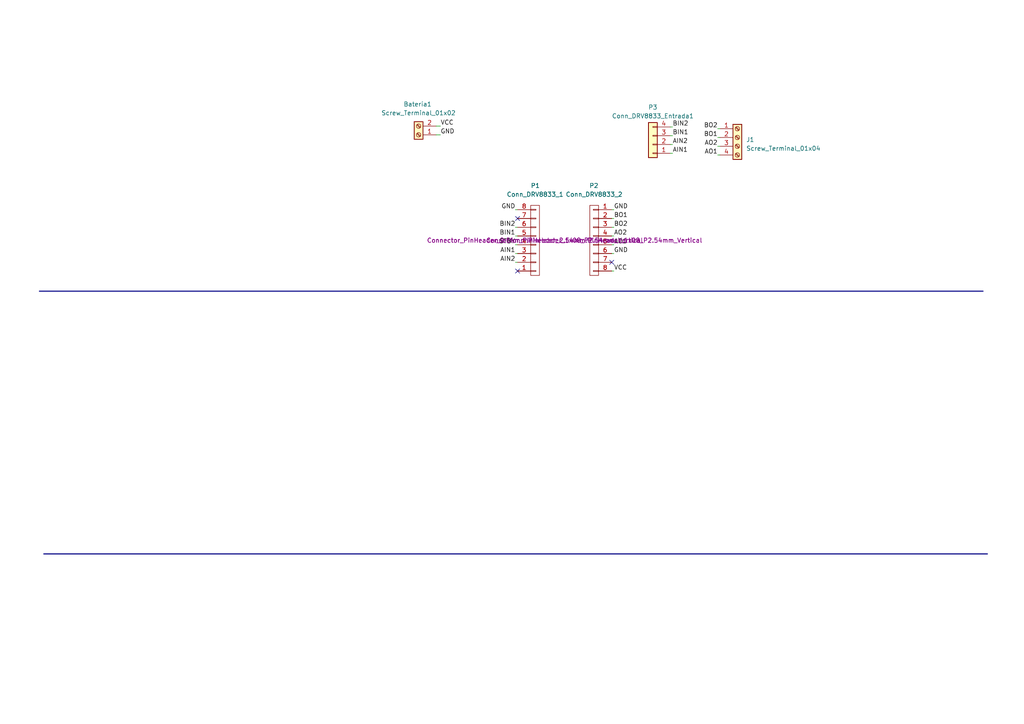
<source format=kicad_sch>
(kicad_sch (version 20230121) (generator eeschema)
  (paper "A4")
  (lib_symbols
    (symbol "Connector:Screw_Terminal_01x02" (pin_names (offset 1.016) hide)
      (property "Reference" "J" (at 0 2.54 0))
      (property "Value" "Screw_Terminal_01x02" (at 0 -5.08 0))
      (symbol "Screw_Terminal_01x02_1_1"
        (rectangle (start -1.27 1.27) (end 1.27 -3.81) (stroke (width 0.254)) (fill (type background)))
        (circle (center 0 -2.54) (radius 0.635) (stroke (width 0.1524)))
        (polyline (pts (xy -0.5334 -2.2098) (xy 0.3302 -3.048)) (stroke (width 0.1524)))
        (polyline (pts (xy -0.5334 0.3302) (xy 0.3302 -0.508)) (stroke (width 0.1524)))
        (polyline (pts (xy -0.3556 -2.032) (xy 0.508 -2.8702)) (stroke (width 0.1524)))
        (polyline (pts (xy -0.3556 0.508) (xy 0.508 -0.3302)) (stroke (width 0.1524)))
        (circle (center 0 0) (radius 0.635) (stroke (width 0.1524)))
        (pin passive line (at -5.08 0 0) (length 3.81) (name "Pin_1") (number "1"))
        (pin passive line (at -5.08 -2.54 0) (length 3.81) (name "Pin_2") (number "2"))
      )
    )
    (symbol "EESTN5:CONN_01X08" (pin_names (offset 1.016) hide)
      (property "Reference" "P" (at 0 11.43 0))
      (property "Value" "CONN_01X08" (at 2.54 0 90))
      (symbol "CONN_01X08_0_1"
        (rectangle (start -1.27 -10.16) (end 1.27 10.16))
        (rectangle (start -1.27 -8.763) (end 0.254 -9.017))
        (rectangle (start -1.27 -6.223) (end 0.254 -6.477))
        (rectangle (start -1.27 -3.683) (end 0.254 -3.937))
        (rectangle (start -1.27 -1.143) (end 0.254 -1.397))
        (rectangle (start -1.27 1.397) (end 0.254 1.143))
        (rectangle (start -1.27 3.937) (end 0.254 3.683))
        (rectangle (start -1.27 6.477) (end 0.254 6.223))
        (rectangle (start -1.27 9.017) (end 0.254 8.763))
      )
      (symbol "CONN_01X08_1_1"
        (pin passive line (at -5.08 8.89 0) (length 3.81) (name "P1") (number "1"))
        (pin passive line (at -5.08 6.35 0) (length 3.81) (name "P2") (number "2"))
        (pin passive line (at -5.08 3.81 0) (length 3.81) (name "P3") (number "3"))
        (pin passive line (at -5.08 1.27 0) (length 3.81) (name "P4") (number "4"))
        (pin passive line (at -5.08 -1.27 0) (length 3.81) (name "P5") (number "5"))
        (pin passive line (at -5.08 -3.81 0) (length 3.81) (name "P6") (number "6"))
        (pin passive line (at -5.08 -6.35 0) (length 3.81) (name "P7") (number "7"))
        (pin passive line (at -5.08 -8.89 0) (length 3.81) (name "P8") (number "8"))
      )
    )
    (symbol "EESTN5:Conn_01x04" (pin_names (offset 1.016) hide)
      (property "Reference" "J" (at 0 5.08 0))
      (property "Value" "Conn_01x04" (at 0 -7.62 0))
      (symbol "Conn_01x04_1_1"
        (rectangle (start -1.27 -4.953) (end 0 -5.207) (stroke (width 0.1524)))
        (rectangle (start -1.27 -2.413) (end 0 -2.667) (stroke (width 0.1524)))
        (rectangle (start -1.27 0.127) (end 0 -0.127) (stroke (width 0.1524)))
        (rectangle (start -1.27 2.667) (end 0 2.413) (stroke (width 0.1524)))
        (rectangle (start -1.27 3.81) (end 1.27 -6.35) (stroke (width 0.254)) (fill (type background)))
        (pin passive line (at -5.08 2.54 0) (length 3.81) (name "Pin_1") (number "1"))
        (pin passive line (at -5.08 0 0) (length 3.81) (name "Pin_2") (number "2"))
        (pin passive line (at -5.08 -2.54 0) (length 3.81) (name "Pin_3") (number "3"))
        (pin passive line (at -5.08 -5.08 0) (length 3.81) (name "Pin_4") (number "4"))
      )
    )
    (symbol "EESTN5:Screw_Terminal_01x04" (pin_names (offset 1.016) hide)
      (property "Reference" "J" (at 0 5.08 0))
      (property "Value" "Screw_Terminal_01x04" (at 0 -7.62 0))
      (symbol "Screw_Terminal_01x04_1_1"
        (rectangle (start -1.27 3.81) (end 1.27 -6.35) (stroke (width 0.254)) (fill (type background)))
        (circle (center 0 -5.08) (radius 0.635) (stroke (width 0.1524)))
        (circle (center 0 -2.54) (radius 0.635) (stroke (width 0.1524)))
        (polyline (pts (xy -0.5334 -4.7498) (xy 0.3302 -5.588)) (stroke (width 0.1524)))
        (polyline (pts (xy -0.5334 -2.2098) (xy 0.3302 -3.048)) (stroke (width 0.1524)))
        (polyline (pts (xy -0.5334 0.3302) (xy 0.3302 -0.508)) (stroke (width 0.1524)))
        (polyline (pts (xy -0.5334 2.8702) (xy 0.3302 2.032)) (stroke (width 0.1524)))
        (polyline (pts (xy -0.3556 -4.572) (xy 0.508 -5.4102)) (stroke (width 0.1524)))
        (polyline (pts (xy -0.3556 -2.032) (xy 0.508 -2.8702)) (stroke (width 0.1524)))
        (polyline (pts (xy -0.3556 0.508) (xy 0.508 -0.3302)) (stroke (width 0.1524)))
        (polyline (pts (xy -0.3556 3.048) (xy 0.508 2.2098)) (stroke (width 0.1524)))
        (circle (center 0 0) (radius 0.635) (stroke (width 0.1524)))
        (circle (center 0 2.54) (radius 0.635) (stroke (width 0.1524)))
        (pin passive line (at -5.08 2.54 0) (length 3.81) (name "Pin_1") (number "1"))
        (pin passive line (at -5.08 0 0) (length 3.81) (name "Pin_2") (number "2"))
        (pin passive line (at -5.08 -2.54 0) (length 3.81) (name "Pin_3") (number "3"))
        (pin passive line (at -5.08 -5.08 0) (length 3.81) (name "Pin_4") (number "4"))
      )
    )
  )
  (no_connect (at 150.114 63.373))
  (no_connect (at 150.114 78.613))
  (no_connect (at 177.419 76.073))
  (wire (pts (xy 195.072 36.83) (xy 194.437 36.83)))
  (wire (pts (xy 149.479 76.073) (xy 150.114 76.073)))
  (bus (pts (xy 11.43 84.455) (xy 285.115 84.455)))
  (bus (pts (xy 12.7 160.655) (xy 286.385 160.655)))
  (wire (pts (xy 195.072 41.91) (xy 194.437 41.91)))
  (wire (pts (xy 208.788 44.958) (xy 208.153 44.958)))
  (wire (pts (xy 177.419 60.833) (xy 178.054 60.833)))
  (wire (pts (xy 208.153 39.878) (xy 208.788 39.878)))
  (wire (pts (xy 177.419 73.533) (xy 178.054 73.533)))
  (wire (pts (xy 149.479 68.453) (xy 150.114 68.453)))
  (wire (pts (xy 149.479 65.913) (xy 150.114 65.913)))
  (wire (pts (xy 195.072 39.37) (xy 194.437 39.37)))
  (wire (pts (xy 208.153 42.418) (xy 208.788 42.418)))
  (wire (pts (xy 195.072 44.45) (xy 194.437 44.45)))
  (wire (pts (xy 178.054 68.453) (xy 177.419 68.453)))
  (wire (pts (xy 177.419 78.613) (xy 178.054 78.613)))
  (wire (pts (xy 149.479 73.533) (xy 150.114 73.533)))
  (wire (pts (xy 127.762 36.576) (xy 126.492 36.576)))
  (wire (pts (xy 178.054 70.993) (xy 177.419 70.993)))
  (wire (pts (xy 178.054 63.373) (xy 177.419 63.373)))
  (wire (pts (xy 178.054 65.913) (xy 177.419 65.913)))
  (wire (pts (xy 208.153 37.338) (xy 208.788 37.338)))
  (wire (pts (xy 149.479 60.833) (xy 150.114 60.833)))
  (wire (pts (xy 127.762 39.116) (xy 126.492 39.116)))
  (wire (pts (xy 149.479 70.993) (xy 150.114 70.993)))
  (label "VCC" (at 127.762 36.576 0))
  (label "AIN2" (at 149.479 76.073 180))
  (label "AO1" (at 208.153 44.958 180))
  (label "BIN1" (at 195.072 39.37 0))
  (label "AO2" (at 178.054 68.453 0))
  (label "BO2" (at 208.153 37.338 180))
  (label "BO2" (at 178.054 65.913 0))
  (label "BO1" (at 178.054 63.373 0))
  (label "AO2" (at 208.153 42.418 180))
  (label "BIN1" (at 149.479 68.453 180))
  (label "GND" (at 178.054 60.833 0))
  (label "VCC" (at 178.054 78.613 0))
  (label "GND" (at 178.054 73.533 0))
  (label "AIN1" (at 195.072 44.45 0))
  (label "GND" (at 149.479 60.833 180))
  (label "AO1" (at 178.054 70.993 0))
  (label "AIN1" (at 149.479 73.533 180))
  (label "BIN2" (at 195.072 36.83 0))
  (label "STBY" (at 149.479 70.993 180))
  (label "BIN2" (at 149.479 65.913 180))
  (label "GND" (at 127.762 39.116 0))
  (label "AIN2" (at 195.072 41.91 0))
  (label "BO1" (at 208.153 39.878 180))
  (symbol (lib_id "EESTN5:Conn_01x04") (at 189.357 41.91 180) (unit 1)
    (property "Reference" "Conn_DRV8833_Entrada1" (at 189.357 33.655 0))
    (property "Value" "P3" (at 189.357 31.115 0))
    (property "Footprint" "Connector_PinHeader_2.54mm:PinHeader_1x04_P2.54mm_Vertical" (effects hide))
  )
  (symbol (lib_id "EESTN5:CONN_01X08") (at 172.339 69.723 0) (mirror y) (unit 1)
    (property "Reference" "P2" (at 173.609 53.848 0) (effects (justify left)))
    (property "Value" "Conn_DRV8833_2" (at 180.594 56.388 0) (effects (justify left)))
    (property "Footprint" "Connector_PinHeader_2.54mm:PinHeader_1x08_P2.54mm_Vertical" (at 172.339 69.723 0))
  )
  (symbol (lib_id "Connector:Screw_Terminal_01x02") (at 121.412 39.116 180) (unit 1)
    (property "Reference" "Batería1" (at 125.222 30.226 0) (effects (justify left)))
    (property "Value" "Screw_Terminal_01x02" (at 132.207 32.766 0) (effects (justify left)))
    (property "Footprint" "TerminalBlock:TerminalBlock_Altech_AK300-2_P5.00mm" (effects hide))
  )
  (symbol (lib_id "EESTN5:CONN_01X08") (at 155.194 69.723 0) (mirror x) (unit 1)
    (property "Reference" "P1" (at 153.924 53.848 0) (effects (justify left)))
    (property "Value" "Conn_DRV8833_1" (at 146.939 56.388 0) (effects (justify left)))
    (property "Footprint" "Connector_PinHeader_2.54mm:PinHeader_1x08_P2.54mm_Vertical" (at 155.194 69.723 0))
  )
  (symbol (lib_id "EESTN5:Screw_Terminal_01x04") (at 213.868 39.878 0) (unit 1)
    (property "Reference" "J1" (at 216.408 40.513 0) (effects (justify left)))
    (property "Value" "Screw_Terminal_01x04" (at 216.408 43.053 0) (effects (justify left)))
    (property "Footprint" "Connector_PinHeader_2.54mm:PinHeader_1x04_P2.54mm_Vertical" (effects hide))
  )
)
</source>
